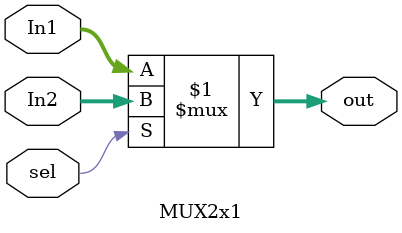
<source format=v>
module MUX2x1 (
    input [31:0] In1,In2,
    input sel,
    output [31:0] out
);

assign out = sel? In2 : In1;

endmodule


</source>
